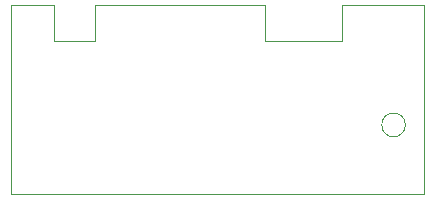
<source format=gbr>
%TF.GenerationSoftware,KiCad,Pcbnew,7.0.7*%
%TF.CreationDate,2024-04-09T12:20:50-07:00*%
%TF.ProjectId,Side A,53696465-2041-42e6-9b69-6361645f7063,rev?*%
%TF.SameCoordinates,Original*%
%TF.FileFunction,Profile,NP*%
%FSLAX46Y46*%
G04 Gerber Fmt 4.6, Leading zero omitted, Abs format (unit mm)*
G04 Created by KiCad (PCBNEW 7.0.7) date 2024-04-09 12:20:50*
%MOMM*%
%LPD*%
G01*
G04 APERTURE LIST*
%TA.AperFunction,Profile*%
%ADD10C,0.100000*%
%TD*%
G04 APERTURE END LIST*
D10*
X121403603Y-109664308D02*
X121403603Y-112700000D01*
X117903603Y-112700000D02*
X117903603Y-109664308D01*
X117903603Y-109664308D02*
X114253603Y-109664308D01*
X142250704Y-109664308D02*
X142250704Y-112700000D01*
X135736598Y-109664308D02*
X121403603Y-109664308D01*
X142250704Y-112700000D02*
X135736598Y-112700000D01*
X114253603Y-109664308D02*
X114253603Y-125664308D01*
X114253603Y-125664308D02*
X149253603Y-125664308D01*
X147644974Y-119845237D02*
G75*
G03*
X147644974Y-119845237I-1000000J0D01*
G01*
X149253603Y-109664308D02*
X142250704Y-109664308D01*
X121403603Y-112700000D02*
X117903603Y-112700000D01*
X149253603Y-125664308D02*
X149253603Y-109664308D01*
X135736598Y-112700000D02*
X135736598Y-109664308D01*
M02*

</source>
